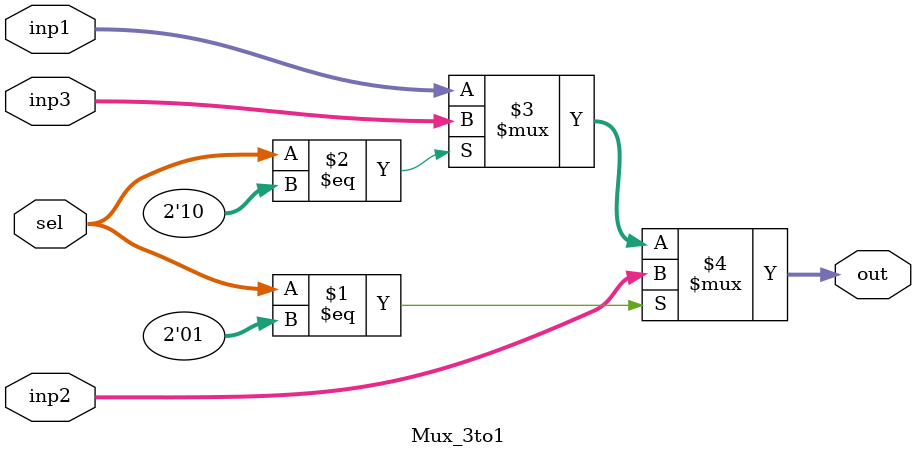
<source format=v>
module Mux32
  (
    input is_immediate,
    input [31:0] inp1,inp2,
    output [31:0] out
  );
  assign out = (is_immediate)?(inp2):(inp1);
endmodule

module Mux5
  (
    input is_immediate,
    input [4:0] inp1,inp2,
    output [4:0] out
  );
  assign out = (is_immediate)?(inp2):(inp1);
endmodule

module Mux9
  (
    input sel,
    input [9:0] inp1, inp2,
    output [9:0] out
  );
  assign out = (sel) ? (inp2) : (inp1);
endmodule

module Mux_3to1
  (
    input[1:0] sel,
    input[31:0] inp1, inp2, inp3,
    output[31:0] out
  );
  assign out = (sel == 2'b01) ? inp2 :
               (sel == 2'b10) ? inp3 :
               inp1;
endmodule

</source>
